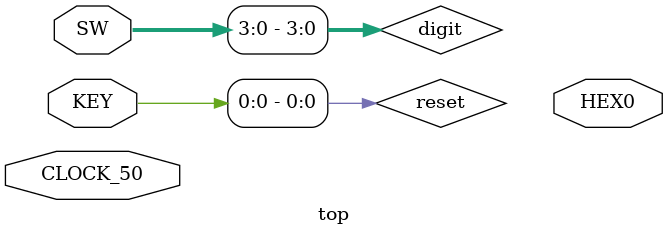
<source format=sv>
module top (
	////////////////////////	Clock Input	 	////////////////////////	 
	input wire CLOCK_50,
	////////////////////////	Push Button		////////////////////////
	input wire [3:0] KEY,
	////////////////////////	DPDT Switch		////////////////////////
	input wire 	[9:0] SW,
	////////////////////////	7-SEG Display   ////////////////////////
	output wire [6:0] HEX0
	);

	logic [3:0] digit;
	logic reset;

	//--------------------------------------------------------------------------
	assign digit = SW[3:0];
	assign reset = KEY[0];
	//--------------------------------------------------------------------------
	//	Output Logic
	//--------------------------------------------------------------------------
	dec7seg dec7seg_u0 ( 		,  		);
	//Instância do módulo hexto7seg
	//--------------------------------------------------------------------------	

endmodule

</source>
